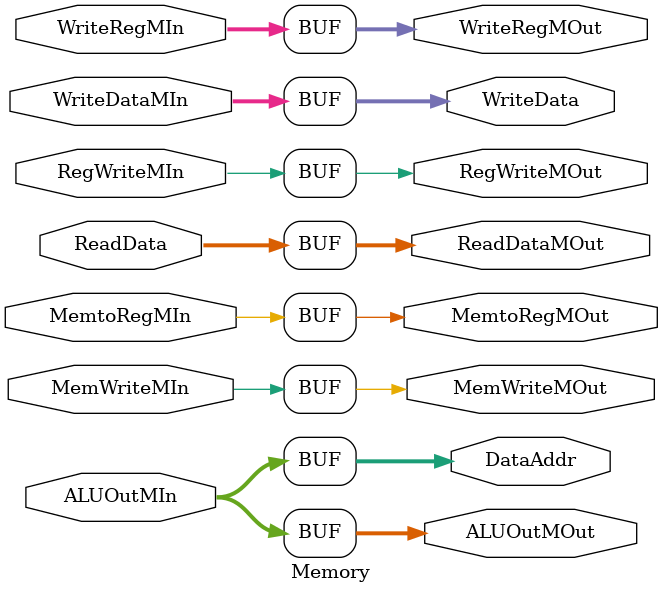
<source format=sv>
`timescale 1ns / 1ps


module Memory(
        input logic RegWriteMIn, MemtoRegMIn, MemWriteMIn,
        input logic [31:0] ALUOutMIn, WriteDataMIn, ReadData,
        input logic [4:0] WriteRegMIn,
        output logic [31:0] ALUOutMOut, 
        output logic [4:0] WriteRegMOut,
        output logic [31:0] DataAddr, WriteData, ReadDataMOut, 
        output logic MemWriteMOut, MemtoRegMOut, RegWriteMOut        
    );
    assign ALUOutMOut = ALUOutMIn;
    assign WriteRegMOut = WriteRegMIn;
    assign DataAddr = ALUOutMIn;
    assign WriteData = WriteDataMIn;
    assign ReadDataMOut = ReadData;
    assign MemWriteMOut = MemWriteMIn;
    assign MemtoRegMOut = MemtoRegMIn;
    assign RegWriteMOut = RegWriteMIn;
endmodule

</source>
